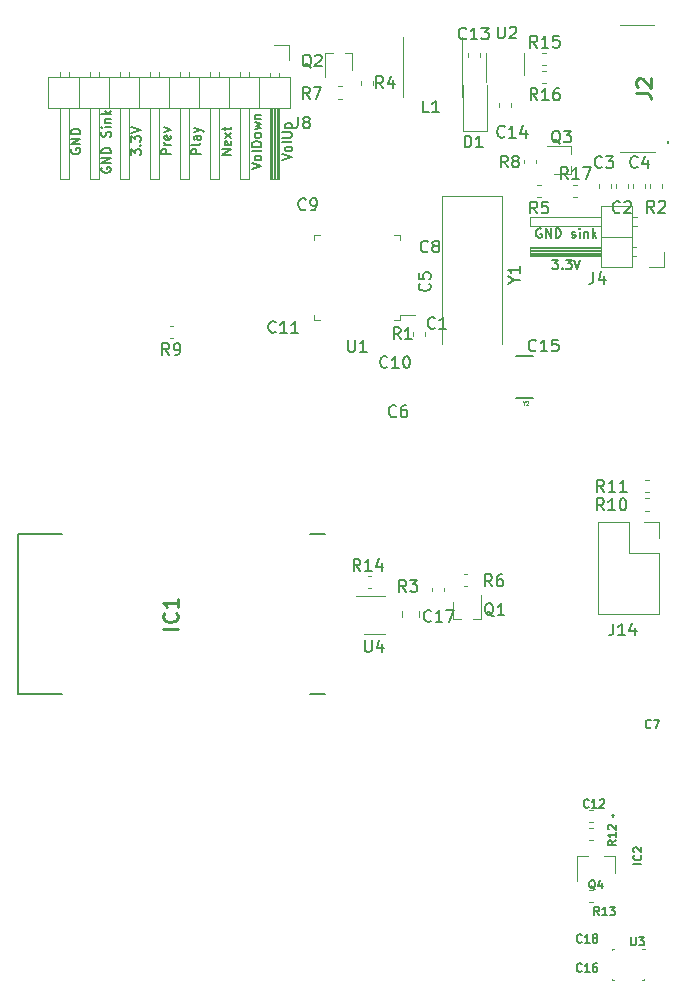
<source format=gbr>
G04 #@! TF.GenerationSoftware,KiCad,Pcbnew,5.1.6*
G04 #@! TF.CreationDate,2020-09-07T17:12:55+08:00*
G04 #@! TF.ProjectId,bt_audio_rec,62745f61-7564-4696-9f5f-7265632e6b69,rev?*
G04 #@! TF.SameCoordinates,Original*
G04 #@! TF.FileFunction,Legend,Top*
G04 #@! TF.FilePolarity,Positive*
%FSLAX46Y46*%
G04 Gerber Fmt 4.6, Leading zero omitted, Abs format (unit mm)*
G04 Created by KiCad (PCBNEW 5.1.6) date 2020-09-07 17:12:55*
%MOMM*%
%LPD*%
G01*
G04 APERTURE LIST*
%ADD10C,0.200000*%
%ADD11C,0.100000*%
%ADD12C,0.120000*%
%ADD13C,0.127000*%
%ADD14C,0.254000*%
%ADD15C,0.175000*%
%ADD16C,0.150000*%
%ADD17C,0.015000*%
G04 APERTURE END LIST*
D10*
X247520952Y-93700000D02*
X247444762Y-93661904D01*
X247330476Y-93661904D01*
X247216190Y-93700000D01*
X247140000Y-93776190D01*
X247101905Y-93852380D01*
X247063809Y-94004761D01*
X247063809Y-94119047D01*
X247101905Y-94271428D01*
X247140000Y-94347619D01*
X247216190Y-94423809D01*
X247330476Y-94461904D01*
X247406667Y-94461904D01*
X247520952Y-94423809D01*
X247559048Y-94385714D01*
X247559048Y-94119047D01*
X247406667Y-94119047D01*
X247901905Y-94461904D02*
X247901905Y-93661904D01*
X248359048Y-94461904D01*
X248359048Y-93661904D01*
X248740000Y-94461904D02*
X248740000Y-93661904D01*
X248930476Y-93661904D01*
X249044762Y-93700000D01*
X249120952Y-93776190D01*
X249159048Y-93852380D01*
X249197143Y-94004761D01*
X249197143Y-94119047D01*
X249159048Y-94271428D01*
X249120952Y-94347619D01*
X249044762Y-94423809D01*
X248930476Y-94461904D01*
X248740000Y-94461904D01*
X250111429Y-94423809D02*
X250187619Y-94461904D01*
X250340000Y-94461904D01*
X250416190Y-94423809D01*
X250454286Y-94347619D01*
X250454286Y-94309523D01*
X250416190Y-94233333D01*
X250340000Y-94195238D01*
X250225714Y-94195238D01*
X250149524Y-94157142D01*
X250111429Y-94080952D01*
X250111429Y-94042857D01*
X250149524Y-93966666D01*
X250225714Y-93928571D01*
X250340000Y-93928571D01*
X250416190Y-93966666D01*
X250797143Y-94461904D02*
X250797143Y-93928571D01*
X250797143Y-93661904D02*
X250759048Y-93700000D01*
X250797143Y-93738095D01*
X250835238Y-93700000D01*
X250797143Y-93661904D01*
X250797143Y-93738095D01*
X251178095Y-93928571D02*
X251178095Y-94461904D01*
X251178095Y-94004761D02*
X251216190Y-93966666D01*
X251292381Y-93928571D01*
X251406667Y-93928571D01*
X251482857Y-93966666D01*
X251520952Y-94042857D01*
X251520952Y-94461904D01*
X251901905Y-94461904D02*
X251901905Y-93661904D01*
X251978095Y-94157142D02*
X252206667Y-94461904D01*
X252206667Y-93928571D02*
X251901905Y-94233333D01*
X248454285Y-96301904D02*
X248949523Y-96301904D01*
X248682857Y-96606666D01*
X248797142Y-96606666D01*
X248873333Y-96644761D01*
X248911428Y-96682857D01*
X248949523Y-96759047D01*
X248949523Y-96949523D01*
X248911428Y-97025714D01*
X248873333Y-97063809D01*
X248797142Y-97101904D01*
X248568571Y-97101904D01*
X248492380Y-97063809D01*
X248454285Y-97025714D01*
X249292380Y-97025714D02*
X249330476Y-97063809D01*
X249292380Y-97101904D01*
X249254285Y-97063809D01*
X249292380Y-97025714D01*
X249292380Y-97101904D01*
X249597142Y-96301904D02*
X250092380Y-96301904D01*
X249825714Y-96606666D01*
X249940000Y-96606666D01*
X250016190Y-96644761D01*
X250054285Y-96682857D01*
X250092380Y-96759047D01*
X250092380Y-96949523D01*
X250054285Y-97025714D01*
X250016190Y-97063809D01*
X249940000Y-97101904D01*
X249711428Y-97101904D01*
X249635238Y-97063809D01*
X249597142Y-97025714D01*
X250320952Y-96301904D02*
X250587619Y-97101904D01*
X250854285Y-96301904D01*
X225601904Y-87913809D02*
X226401904Y-87647142D01*
X225601904Y-87380476D01*
X226401904Y-86999523D02*
X226363809Y-87075714D01*
X226325714Y-87113809D01*
X226249523Y-87151904D01*
X226020952Y-87151904D01*
X225944761Y-87113809D01*
X225906666Y-87075714D01*
X225868571Y-86999523D01*
X225868571Y-86885238D01*
X225906666Y-86809047D01*
X225944761Y-86770952D01*
X226020952Y-86732857D01*
X226249523Y-86732857D01*
X226325714Y-86770952D01*
X226363809Y-86809047D01*
X226401904Y-86885238D01*
X226401904Y-86999523D01*
X226401904Y-86275714D02*
X226363809Y-86351904D01*
X226287619Y-86390000D01*
X225601904Y-86390000D01*
X225601904Y-85970952D02*
X226249523Y-85970952D01*
X226325714Y-85932857D01*
X226363809Y-85894761D01*
X226401904Y-85818571D01*
X226401904Y-85666190D01*
X226363809Y-85590000D01*
X226325714Y-85551904D01*
X226249523Y-85513809D01*
X225601904Y-85513809D01*
X225868571Y-85132857D02*
X226668571Y-85132857D01*
X225906666Y-85132857D02*
X225868571Y-85056666D01*
X225868571Y-84904285D01*
X225906666Y-84828095D01*
X225944761Y-84790000D01*
X226020952Y-84751904D01*
X226249523Y-84751904D01*
X226325714Y-84790000D01*
X226363809Y-84828095D01*
X226401904Y-84904285D01*
X226401904Y-85056666D01*
X226363809Y-85132857D01*
X223001904Y-88675714D02*
X223801904Y-88409047D01*
X223001904Y-88142381D01*
X223801904Y-87761428D02*
X223763809Y-87837619D01*
X223725714Y-87875714D01*
X223649523Y-87913809D01*
X223420952Y-87913809D01*
X223344761Y-87875714D01*
X223306666Y-87837619D01*
X223268571Y-87761428D01*
X223268571Y-87647143D01*
X223306666Y-87570952D01*
X223344761Y-87532857D01*
X223420952Y-87494762D01*
X223649523Y-87494762D01*
X223725714Y-87532857D01*
X223763809Y-87570952D01*
X223801904Y-87647143D01*
X223801904Y-87761428D01*
X223801904Y-87037619D02*
X223763809Y-87113809D01*
X223687619Y-87151905D01*
X223001904Y-87151905D01*
X223801904Y-86732857D02*
X223001904Y-86732857D01*
X223001904Y-86542381D01*
X223040000Y-86428095D01*
X223116190Y-86351905D01*
X223192380Y-86313809D01*
X223344761Y-86275714D01*
X223459047Y-86275714D01*
X223611428Y-86313809D01*
X223687619Y-86351905D01*
X223763809Y-86428095D01*
X223801904Y-86542381D01*
X223801904Y-86732857D01*
X223801904Y-85818571D02*
X223763809Y-85894762D01*
X223725714Y-85932857D01*
X223649523Y-85970952D01*
X223420952Y-85970952D01*
X223344761Y-85932857D01*
X223306666Y-85894762D01*
X223268571Y-85818571D01*
X223268571Y-85704285D01*
X223306666Y-85628095D01*
X223344761Y-85590000D01*
X223420952Y-85551905D01*
X223649523Y-85551905D01*
X223725714Y-85590000D01*
X223763809Y-85628095D01*
X223801904Y-85704285D01*
X223801904Y-85818571D01*
X223268571Y-85285238D02*
X223801904Y-85132857D01*
X223420952Y-84980476D01*
X223801904Y-84828095D01*
X223268571Y-84675714D01*
X223268571Y-84370952D02*
X223801904Y-84370952D01*
X223344761Y-84370952D02*
X223306666Y-84332857D01*
X223268571Y-84256666D01*
X223268571Y-84142381D01*
X223306666Y-84066190D01*
X223382857Y-84028095D01*
X223801904Y-84028095D01*
X221281904Y-87418571D02*
X220481904Y-87418571D01*
X221281904Y-86961428D01*
X220481904Y-86961428D01*
X221243809Y-86275714D02*
X221281904Y-86351905D01*
X221281904Y-86504286D01*
X221243809Y-86580476D01*
X221167619Y-86618571D01*
X220862857Y-86618571D01*
X220786666Y-86580476D01*
X220748571Y-86504286D01*
X220748571Y-86351905D01*
X220786666Y-86275714D01*
X220862857Y-86237619D01*
X220939047Y-86237619D01*
X221015238Y-86618571D01*
X221281904Y-85970952D02*
X220748571Y-85551905D01*
X220748571Y-85970952D02*
X221281904Y-85551905D01*
X220748571Y-85361428D02*
X220748571Y-85056667D01*
X220481904Y-85247143D02*
X221167619Y-85247143D01*
X221243809Y-85209048D01*
X221281904Y-85132857D01*
X221281904Y-85056667D01*
X218701904Y-87380476D02*
X217901904Y-87380476D01*
X217901904Y-87075714D01*
X217940000Y-86999524D01*
X217978095Y-86961429D01*
X218054285Y-86923333D01*
X218168571Y-86923333D01*
X218244761Y-86961429D01*
X218282857Y-86999524D01*
X218320952Y-87075714D01*
X218320952Y-87380476D01*
X218701904Y-86466191D02*
X218663809Y-86542381D01*
X218587619Y-86580476D01*
X217901904Y-86580476D01*
X218701904Y-85818572D02*
X218282857Y-85818572D01*
X218206666Y-85856667D01*
X218168571Y-85932857D01*
X218168571Y-86085238D01*
X218206666Y-86161429D01*
X218663809Y-85818572D02*
X218701904Y-85894762D01*
X218701904Y-86085238D01*
X218663809Y-86161429D01*
X218587619Y-86199524D01*
X218511428Y-86199524D01*
X218435238Y-86161429D01*
X218397142Y-86085238D01*
X218397142Y-85894762D01*
X218359047Y-85818572D01*
X218168571Y-85513810D02*
X218701904Y-85323333D01*
X218168571Y-85132857D02*
X218701904Y-85323333D01*
X218892380Y-85399524D01*
X218930476Y-85437619D01*
X218968571Y-85513810D01*
X216161904Y-87399523D02*
X215361904Y-87399523D01*
X215361904Y-87094761D01*
X215400000Y-87018571D01*
X215438095Y-86980476D01*
X215514285Y-86942380D01*
X215628571Y-86942380D01*
X215704761Y-86980476D01*
X215742857Y-87018571D01*
X215780952Y-87094761D01*
X215780952Y-87399523D01*
X216161904Y-86599523D02*
X215628571Y-86599523D01*
X215780952Y-86599523D02*
X215704761Y-86561428D01*
X215666666Y-86523333D01*
X215628571Y-86447142D01*
X215628571Y-86370952D01*
X216123809Y-85799523D02*
X216161904Y-85875714D01*
X216161904Y-86028095D01*
X216123809Y-86104285D01*
X216047619Y-86142380D01*
X215742857Y-86142380D01*
X215666666Y-86104285D01*
X215628571Y-86028095D01*
X215628571Y-85875714D01*
X215666666Y-85799523D01*
X215742857Y-85761428D01*
X215819047Y-85761428D01*
X215895238Y-86142380D01*
X215628571Y-85494761D02*
X216161904Y-85304285D01*
X215628571Y-85113809D01*
X212821904Y-87475714D02*
X212821904Y-86980476D01*
X213126666Y-87247142D01*
X213126666Y-87132857D01*
X213164761Y-87056666D01*
X213202857Y-87018571D01*
X213279047Y-86980476D01*
X213469523Y-86980476D01*
X213545714Y-87018571D01*
X213583809Y-87056666D01*
X213621904Y-87132857D01*
X213621904Y-87361428D01*
X213583809Y-87437619D01*
X213545714Y-87475714D01*
X213545714Y-86637619D02*
X213583809Y-86599523D01*
X213621904Y-86637619D01*
X213583809Y-86675714D01*
X213545714Y-86637619D01*
X213621904Y-86637619D01*
X212821904Y-86332857D02*
X212821904Y-85837619D01*
X213126666Y-86104285D01*
X213126666Y-85990000D01*
X213164761Y-85913809D01*
X213202857Y-85875714D01*
X213279047Y-85837619D01*
X213469523Y-85837619D01*
X213545714Y-85875714D01*
X213583809Y-85913809D01*
X213621904Y-85990000D01*
X213621904Y-86218571D01*
X213583809Y-86294761D01*
X213545714Y-86332857D01*
X212821904Y-85609047D02*
X213621904Y-85342380D01*
X212821904Y-85075714D01*
X210330000Y-88511428D02*
X210291904Y-88587619D01*
X210291904Y-88701904D01*
X210330000Y-88816190D01*
X210406190Y-88892380D01*
X210482380Y-88930476D01*
X210634761Y-88968571D01*
X210749047Y-88968571D01*
X210901428Y-88930476D01*
X210977619Y-88892380D01*
X211053809Y-88816190D01*
X211091904Y-88701904D01*
X211091904Y-88625714D01*
X211053809Y-88511428D01*
X211015714Y-88473333D01*
X210749047Y-88473333D01*
X210749047Y-88625714D01*
X211091904Y-88130476D02*
X210291904Y-88130476D01*
X211091904Y-87673333D01*
X210291904Y-87673333D01*
X211091904Y-87292380D02*
X210291904Y-87292380D01*
X210291904Y-87101904D01*
X210330000Y-86987619D01*
X210406190Y-86911428D01*
X210482380Y-86873333D01*
X210634761Y-86835238D01*
X210749047Y-86835238D01*
X210901428Y-86873333D01*
X210977619Y-86911428D01*
X211053809Y-86987619D01*
X211091904Y-87101904D01*
X211091904Y-87292380D01*
X211053809Y-85920952D02*
X211091904Y-85806666D01*
X211091904Y-85616190D01*
X211053809Y-85540000D01*
X211015714Y-85501904D01*
X210939523Y-85463809D01*
X210863333Y-85463809D01*
X210787142Y-85501904D01*
X210749047Y-85540000D01*
X210710952Y-85616190D01*
X210672857Y-85768571D01*
X210634761Y-85844761D01*
X210596666Y-85882857D01*
X210520476Y-85920952D01*
X210444285Y-85920952D01*
X210368095Y-85882857D01*
X210330000Y-85844761D01*
X210291904Y-85768571D01*
X210291904Y-85578095D01*
X210330000Y-85463809D01*
X211091904Y-85120952D02*
X210558571Y-85120952D01*
X210291904Y-85120952D02*
X210330000Y-85159047D01*
X210368095Y-85120952D01*
X210330000Y-85082857D01*
X210291904Y-85120952D01*
X210368095Y-85120952D01*
X210558571Y-84740000D02*
X211091904Y-84740000D01*
X210634761Y-84740000D02*
X210596666Y-84701904D01*
X210558571Y-84625714D01*
X210558571Y-84511428D01*
X210596666Y-84435238D01*
X210672857Y-84397142D01*
X211091904Y-84397142D01*
X211091904Y-84016190D02*
X210291904Y-84016190D01*
X210787142Y-83940000D02*
X211091904Y-83711428D01*
X210558571Y-83711428D02*
X210863333Y-84016190D01*
X207740000Y-86904286D02*
X207701904Y-86980476D01*
X207701904Y-87094762D01*
X207740000Y-87209048D01*
X207816190Y-87285238D01*
X207892380Y-87323333D01*
X208044761Y-87361429D01*
X208159047Y-87361429D01*
X208311428Y-87323333D01*
X208387619Y-87285238D01*
X208463809Y-87209048D01*
X208501904Y-87094762D01*
X208501904Y-87018571D01*
X208463809Y-86904286D01*
X208425714Y-86866190D01*
X208159047Y-86866190D01*
X208159047Y-87018571D01*
X208501904Y-86523333D02*
X207701904Y-86523333D01*
X208501904Y-86066190D01*
X207701904Y-86066190D01*
X208501904Y-85685238D02*
X207701904Y-85685238D01*
X207701904Y-85494762D01*
X207740000Y-85380476D01*
X207816190Y-85304286D01*
X207892380Y-85266190D01*
X208044761Y-85228095D01*
X208159047Y-85228095D01*
X208311428Y-85266190D01*
X208387619Y-85304286D01*
X208463809Y-85380476D01*
X208501904Y-85494762D01*
X208501904Y-85685238D01*
X203190000Y-119560000D02*
X206990000Y-119560000D01*
X203190000Y-133060000D02*
X206990000Y-133060000D01*
X229190000Y-133060000D02*
X227990000Y-133060000D01*
X229190000Y-119560000D02*
X227990000Y-119560000D01*
X203190000Y-133060000D02*
X203190000Y-119560000D01*
X258300000Y-86410000D02*
X258300000Y-86410000D01*
X258300000Y-86310000D02*
X258300000Y-86310000D01*
X258300000Y-86410000D02*
X258300000Y-86410000D01*
D11*
X257175000Y-87210000D02*
X254200000Y-87210000D01*
X257175000Y-87210000D02*
X257175000Y-87210000D01*
X254200000Y-87210000D02*
X257175000Y-87210000D01*
X254200000Y-87210000D02*
X254200000Y-87210000D01*
X257105000Y-76410000D02*
X254225000Y-76410000D01*
X257105000Y-76410000D02*
X257105000Y-76410000D01*
X254225000Y-76410000D02*
X257105000Y-76410000D01*
X254225000Y-76410000D02*
X254225000Y-76410000D01*
D10*
X258300000Y-86310000D02*
G75*
G02*
X258300000Y-86410000I0J-50000D01*
G01*
X258300000Y-86410000D02*
G75*
G02*
X258300000Y-86310000I0J50000D01*
G01*
X258300000Y-86310000D02*
G75*
G02*
X258300000Y-86410000I0J-50000D01*
G01*
X253600000Y-143280000D02*
X253600000Y-143280000D01*
X253600000Y-143480000D02*
X253600000Y-143480000D01*
X253600000Y-143280000D02*
G75*
G02*
X253600000Y-143480000I0J-100000D01*
G01*
X253600000Y-143480000D02*
G75*
G02*
X253600000Y-143280000I0J100000D01*
G01*
D12*
X235850000Y-77500000D02*
X235850000Y-82500000D01*
X240850000Y-77500000D02*
X240850000Y-82500000D01*
X254880000Y-89927221D02*
X254880000Y-90252779D01*
X253860000Y-89927221D02*
X253860000Y-90252779D01*
X252380000Y-89927221D02*
X252380000Y-90252779D01*
X253400000Y-89927221D02*
X253400000Y-90252779D01*
X255310000Y-89929721D02*
X255310000Y-90255279D01*
X256330000Y-89929721D02*
X256330000Y-90255279D01*
X251559721Y-142890000D02*
X251885279Y-142890000D01*
X251559721Y-143910000D02*
X251885279Y-143910000D01*
X242350000Y-79122779D02*
X242350000Y-78797221D01*
X241330000Y-79122779D02*
X241330000Y-78797221D01*
X243930000Y-83352779D02*
X243930000Y-83027221D01*
X244950000Y-83352779D02*
X244950000Y-83027221D01*
X240930000Y-85390000D02*
X240930000Y-81490000D01*
X242930000Y-85390000D02*
X242930000Y-81490000D01*
X240930000Y-85390000D02*
X242930000Y-85390000D01*
X240090000Y-125330000D02*
X240090000Y-126740000D01*
X242410000Y-126740000D02*
X242410000Y-124710000D01*
X242410000Y-126740000D02*
X241750000Y-126740000D01*
X240750000Y-126740000D02*
X240090000Y-126740000D01*
X231550000Y-80250000D02*
X231550000Y-78840000D01*
X229230000Y-78840000D02*
X229230000Y-80870000D01*
X229230000Y-78840000D02*
X229890000Y-78840000D01*
X230890000Y-78840000D02*
X231550000Y-78840000D01*
X250030000Y-88380000D02*
X250030000Y-89040000D01*
X250030000Y-86720000D02*
X250030000Y-87380000D01*
X250030000Y-86720000D02*
X248000000Y-86720000D01*
X248620000Y-89040000D02*
X250030000Y-89040000D01*
X253750000Y-146770000D02*
X253750000Y-148230000D01*
X250590000Y-146770000D02*
X250590000Y-148930000D01*
X250590000Y-146770000D02*
X251520000Y-146770000D01*
X253750000Y-146770000D02*
X252820000Y-146770000D01*
X237670000Y-102775279D02*
X237670000Y-102449721D01*
X236650000Y-102775279D02*
X236650000Y-102449721D01*
X256770000Y-89927221D02*
X256770000Y-90252779D01*
X257790000Y-89927221D02*
X257790000Y-90252779D01*
X239300000Y-124402779D02*
X239300000Y-124077221D01*
X238280000Y-124402779D02*
X238280000Y-124077221D01*
X232270000Y-81157221D02*
X232270000Y-81482779D01*
X233290000Y-81157221D02*
X233290000Y-81482779D01*
X247515279Y-91030000D02*
X247189721Y-91030000D01*
X247515279Y-90010000D02*
X247189721Y-90010000D01*
X241282779Y-123960000D02*
X240957221Y-123960000D01*
X241282779Y-122940000D02*
X240957221Y-122940000D01*
X230327221Y-82670000D02*
X230652779Y-82670000D01*
X230327221Y-81650000D02*
X230652779Y-81650000D01*
X247070000Y-87837221D02*
X247070000Y-88162779D01*
X246050000Y-87837221D02*
X246050000Y-88162779D01*
X216057221Y-101940000D02*
X216382779Y-101940000D01*
X216057221Y-102960000D02*
X216382779Y-102960000D01*
X256622779Y-116530000D02*
X256297221Y-116530000D01*
X256622779Y-117550000D02*
X256297221Y-117550000D01*
X256287221Y-114940000D02*
X256612779Y-114940000D01*
X256287221Y-115960000D02*
X256612779Y-115960000D01*
X251559721Y-144460000D02*
X251885279Y-144460000D01*
X251559721Y-145480000D02*
X251885279Y-145480000D01*
X251885279Y-149700000D02*
X251559721Y-149700000D01*
X251885279Y-150720000D02*
X251559721Y-150720000D01*
X247940279Y-79810000D02*
X247614721Y-79810000D01*
X247940279Y-78790000D02*
X247614721Y-78790000D01*
X247597221Y-80320000D02*
X247922779Y-80320000D01*
X247597221Y-81340000D02*
X247922779Y-81340000D01*
X235550000Y-100977500D02*
X236840000Y-100977500D01*
X235550000Y-101427500D02*
X235550000Y-100977500D01*
X235100000Y-101427500D02*
X235550000Y-101427500D01*
X228330000Y-101427500D02*
X228330000Y-100977500D01*
X228780000Y-101427500D02*
X228330000Y-101427500D01*
X235550000Y-94207500D02*
X235550000Y-94657500D01*
X235100000Y-94207500D02*
X235550000Y-94207500D01*
X228330000Y-94207500D02*
X228330000Y-94657500D01*
X228780000Y-94207500D02*
X228330000Y-94207500D01*
X242830000Y-78850000D02*
X242830000Y-81300000D01*
X246050000Y-80650000D02*
X246050000Y-78850000D01*
X256190000Y-118540000D02*
X257520000Y-118540000D01*
X257520000Y-118540000D02*
X257520000Y-119870000D01*
X254920000Y-118540000D02*
X254920000Y-121140000D01*
X254920000Y-121140000D02*
X257520000Y-121140000D01*
X257520000Y-121140000D02*
X257520000Y-126280000D01*
X252320000Y-126280000D02*
X257520000Y-126280000D01*
X252320000Y-118540000D02*
X252320000Y-126280000D01*
X252320000Y-118540000D02*
X254920000Y-118540000D01*
X226190000Y-78140000D02*
X226190000Y-79410000D01*
X224920000Y-78140000D02*
X226190000Y-78140000D01*
X206760000Y-80452929D02*
X206760000Y-80850000D01*
X207520000Y-80452929D02*
X207520000Y-80850000D01*
X206760000Y-89510000D02*
X206760000Y-83510000D01*
X207520000Y-89510000D02*
X206760000Y-89510000D01*
X207520000Y-83510000D02*
X207520000Y-89510000D01*
X208410000Y-80850000D02*
X208410000Y-83510000D01*
X209300000Y-80452929D02*
X209300000Y-80850000D01*
X210060000Y-80452929D02*
X210060000Y-80850000D01*
X209300000Y-89510000D02*
X209300000Y-83510000D01*
X210060000Y-89510000D02*
X209300000Y-89510000D01*
X210060000Y-83510000D02*
X210060000Y-89510000D01*
X210950000Y-80850000D02*
X210950000Y-83510000D01*
X211840000Y-80452929D02*
X211840000Y-80850000D01*
X212600000Y-80452929D02*
X212600000Y-80850000D01*
X211840000Y-89510000D02*
X211840000Y-83510000D01*
X212600000Y-89510000D02*
X211840000Y-89510000D01*
X212600000Y-83510000D02*
X212600000Y-89510000D01*
X213490000Y-80850000D02*
X213490000Y-83510000D01*
X214380000Y-80452929D02*
X214380000Y-80850000D01*
X215140000Y-80452929D02*
X215140000Y-80850000D01*
X214380000Y-89510000D02*
X214380000Y-83510000D01*
X215140000Y-89510000D02*
X214380000Y-89510000D01*
X215140000Y-83510000D02*
X215140000Y-89510000D01*
X216030000Y-80850000D02*
X216030000Y-83510000D01*
X216920000Y-80452929D02*
X216920000Y-80850000D01*
X217680000Y-80452929D02*
X217680000Y-80850000D01*
X216920000Y-89510000D02*
X216920000Y-83510000D01*
X217680000Y-89510000D02*
X216920000Y-89510000D01*
X217680000Y-83510000D02*
X217680000Y-89510000D01*
X218570000Y-80850000D02*
X218570000Y-83510000D01*
X219460000Y-80452929D02*
X219460000Y-80850000D01*
X220220000Y-80452929D02*
X220220000Y-80850000D01*
X219460000Y-89510000D02*
X219460000Y-83510000D01*
X220220000Y-89510000D02*
X219460000Y-89510000D01*
X220220000Y-83510000D02*
X220220000Y-89510000D01*
X221110000Y-80850000D02*
X221110000Y-83510000D01*
X222000000Y-80452929D02*
X222000000Y-80850000D01*
X222760000Y-80452929D02*
X222760000Y-80850000D01*
X222000000Y-89510000D02*
X222000000Y-83510000D01*
X222760000Y-89510000D02*
X222000000Y-89510000D01*
X222760000Y-83510000D02*
X222760000Y-89510000D01*
X223650000Y-80850000D02*
X223650000Y-83510000D01*
X224540000Y-80520000D02*
X224540000Y-80850000D01*
X225300000Y-80520000D02*
X225300000Y-80850000D01*
X224640000Y-83510000D02*
X224640000Y-89510000D01*
X224760000Y-83510000D02*
X224760000Y-89510000D01*
X224880000Y-83510000D02*
X224880000Y-89510000D01*
X225000000Y-83510000D02*
X225000000Y-89510000D01*
X225120000Y-83510000D02*
X225120000Y-89510000D01*
X225240000Y-83510000D02*
X225240000Y-89510000D01*
X224540000Y-89510000D02*
X224540000Y-83510000D01*
X225300000Y-89510000D02*
X224540000Y-89510000D01*
X225300000Y-83510000D02*
X225300000Y-89510000D01*
X226250000Y-83510000D02*
X226250000Y-80850000D01*
X205810000Y-83510000D02*
X226250000Y-83510000D01*
X205810000Y-80850000D02*
X205810000Y-83510000D01*
X226250000Y-80850000D02*
X205810000Y-80850000D01*
X235720000Y-126081422D02*
X235720000Y-126598578D01*
X237140000Y-126081422D02*
X237140000Y-126598578D01*
X232827221Y-123130000D02*
X233152779Y-123130000D01*
X232827221Y-124150000D02*
X233152779Y-124150000D01*
X250257221Y-90990000D02*
X250582779Y-90990000D01*
X250257221Y-89970000D02*
X250582779Y-89970000D01*
X234320000Y-124800000D02*
X231870000Y-124800000D01*
X232520000Y-128020000D02*
X234320000Y-128020000D01*
D11*
X247580000Y-107590000D02*
G75*
G03*
X247580000Y-107590000I-50000J0D01*
G01*
D13*
X245430000Y-104495000D02*
X246830000Y-104495000D01*
X245430000Y-107985000D02*
X246830000Y-107985000D01*
D12*
X257940000Y-96900000D02*
X256670000Y-96900000D01*
X257940000Y-95630000D02*
X257940000Y-96900000D01*
X255627071Y-92710000D02*
X255230000Y-92710000D01*
X255627071Y-93470000D02*
X255230000Y-93470000D01*
X246570000Y-92710000D02*
X252570000Y-92710000D01*
X246570000Y-93470000D02*
X246570000Y-92710000D01*
X252570000Y-93470000D02*
X246570000Y-93470000D01*
X255230000Y-94360000D02*
X252570000Y-94360000D01*
X255560000Y-95250000D02*
X255230000Y-95250000D01*
X255560000Y-96010000D02*
X255230000Y-96010000D01*
X252570000Y-95350000D02*
X246570000Y-95350000D01*
X252570000Y-95470000D02*
X246570000Y-95470000D01*
X252570000Y-95590000D02*
X246570000Y-95590000D01*
X252570000Y-95710000D02*
X246570000Y-95710000D01*
X252570000Y-95830000D02*
X246570000Y-95830000D01*
X252570000Y-95950000D02*
X246570000Y-95950000D01*
X246570000Y-95250000D02*
X252570000Y-95250000D01*
X246570000Y-96010000D02*
X246570000Y-95250000D01*
X252570000Y-96010000D02*
X246570000Y-96010000D01*
X252570000Y-96960000D02*
X255230000Y-96960000D01*
X252570000Y-91760000D02*
X252570000Y-96960000D01*
X255230000Y-91760000D02*
X252570000Y-91760000D01*
X255230000Y-96960000D02*
X255230000Y-91760000D01*
D11*
X256100000Y-154640000D02*
X256350000Y-154640000D01*
X256250000Y-157340000D02*
X256100000Y-157340000D01*
X256250000Y-157190000D02*
X256250000Y-157340000D01*
X253550000Y-157340000D02*
X253550000Y-157190000D01*
X253550000Y-157340000D02*
X253700000Y-157340000D01*
X253550000Y-154640000D02*
X253700000Y-154640000D01*
X253540000Y-154640000D02*
X253540000Y-154790000D01*
D12*
X244250000Y-103490000D02*
X244250000Y-90890000D01*
X244250000Y-90890000D02*
X239150000Y-90890000D01*
X239150000Y-90890000D02*
X239150000Y-103490000D01*
D14*
X216764523Y-127549761D02*
X215494523Y-127549761D01*
X216643571Y-126219285D02*
X216704047Y-126279761D01*
X216764523Y-126461190D01*
X216764523Y-126582142D01*
X216704047Y-126763571D01*
X216583095Y-126884523D01*
X216462142Y-126945000D01*
X216220238Y-127005476D01*
X216038809Y-127005476D01*
X215796904Y-126945000D01*
X215675952Y-126884523D01*
X215555000Y-126763571D01*
X215494523Y-126582142D01*
X215494523Y-126461190D01*
X215555000Y-126279761D01*
X215615476Y-126219285D01*
X216764523Y-125009761D02*
X216764523Y-125735476D01*
X216764523Y-125372619D02*
X215494523Y-125372619D01*
X215675952Y-125493571D01*
X215796904Y-125614523D01*
X215857380Y-125735476D01*
X255567523Y-82233333D02*
X256474666Y-82233333D01*
X256656095Y-82293809D01*
X256777047Y-82414761D01*
X256837523Y-82596190D01*
X256837523Y-82717142D01*
X255688476Y-81689047D02*
X255628000Y-81628571D01*
X255567523Y-81507619D01*
X255567523Y-81205238D01*
X255628000Y-81084285D01*
X255688476Y-81023809D01*
X255809428Y-80963333D01*
X255930380Y-80963333D01*
X256111809Y-81023809D01*
X256837523Y-81749523D01*
X256837523Y-80963333D01*
D15*
X256016666Y-147463333D02*
X255316666Y-147463333D01*
X255950000Y-146730000D02*
X255983333Y-146763333D01*
X256016666Y-146863333D01*
X256016666Y-146930000D01*
X255983333Y-147030000D01*
X255916666Y-147096666D01*
X255850000Y-147130000D01*
X255716666Y-147163333D01*
X255616666Y-147163333D01*
X255483333Y-147130000D01*
X255416666Y-147096666D01*
X255350000Y-147030000D01*
X255316666Y-146930000D01*
X255316666Y-146863333D01*
X255350000Y-146763333D01*
X255383333Y-146730000D01*
X255383333Y-146463333D02*
X255350000Y-146430000D01*
X255316666Y-146363333D01*
X255316666Y-146196666D01*
X255350000Y-146130000D01*
X255383333Y-146096666D01*
X255450000Y-146063333D01*
X255516666Y-146063333D01*
X255616666Y-146096666D01*
X256016666Y-146496666D01*
X256016666Y-146063333D01*
D16*
X238013333Y-83842380D02*
X237537142Y-83842380D01*
X237537142Y-82842380D01*
X238870476Y-83842380D02*
X238299047Y-83842380D01*
X238584761Y-83842380D02*
X238584761Y-82842380D01*
X238489523Y-82985238D01*
X238394285Y-83080476D01*
X238299047Y-83128095D01*
X238523333Y-102067142D02*
X238475714Y-102114761D01*
X238332857Y-102162380D01*
X238237619Y-102162380D01*
X238094761Y-102114761D01*
X237999523Y-102019523D01*
X237951904Y-101924285D01*
X237904285Y-101733809D01*
X237904285Y-101590952D01*
X237951904Y-101400476D01*
X237999523Y-101305238D01*
X238094761Y-101210000D01*
X238237619Y-101162380D01*
X238332857Y-101162380D01*
X238475714Y-101210000D01*
X238523333Y-101257619D01*
X239475714Y-102162380D02*
X238904285Y-102162380D01*
X239190000Y-102162380D02*
X239190000Y-101162380D01*
X239094761Y-101305238D01*
X238999523Y-101400476D01*
X238904285Y-101448095D01*
X254193333Y-92277142D02*
X254145714Y-92324761D01*
X254002857Y-92372380D01*
X253907619Y-92372380D01*
X253764761Y-92324761D01*
X253669523Y-92229523D01*
X253621904Y-92134285D01*
X253574285Y-91943809D01*
X253574285Y-91800952D01*
X253621904Y-91610476D01*
X253669523Y-91515238D01*
X253764761Y-91420000D01*
X253907619Y-91372380D01*
X254002857Y-91372380D01*
X254145714Y-91420000D01*
X254193333Y-91467619D01*
X254574285Y-91467619D02*
X254621904Y-91420000D01*
X254717142Y-91372380D01*
X254955238Y-91372380D01*
X255050476Y-91420000D01*
X255098095Y-91467619D01*
X255145714Y-91562857D01*
X255145714Y-91658095D01*
X255098095Y-91800952D01*
X254526666Y-92372380D01*
X255145714Y-92372380D01*
X252663333Y-88447142D02*
X252615714Y-88494761D01*
X252472857Y-88542380D01*
X252377619Y-88542380D01*
X252234761Y-88494761D01*
X252139523Y-88399523D01*
X252091904Y-88304285D01*
X252044285Y-88113809D01*
X252044285Y-87970952D01*
X252091904Y-87780476D01*
X252139523Y-87685238D01*
X252234761Y-87590000D01*
X252377619Y-87542380D01*
X252472857Y-87542380D01*
X252615714Y-87590000D01*
X252663333Y-87637619D01*
X252996666Y-87542380D02*
X253615714Y-87542380D01*
X253282380Y-87923333D01*
X253425238Y-87923333D01*
X253520476Y-87970952D01*
X253568095Y-88018571D01*
X253615714Y-88113809D01*
X253615714Y-88351904D01*
X253568095Y-88447142D01*
X253520476Y-88494761D01*
X253425238Y-88542380D01*
X253139523Y-88542380D01*
X253044285Y-88494761D01*
X252996666Y-88447142D01*
X255683333Y-88447142D02*
X255635714Y-88494761D01*
X255492857Y-88542380D01*
X255397619Y-88542380D01*
X255254761Y-88494761D01*
X255159523Y-88399523D01*
X255111904Y-88304285D01*
X255064285Y-88113809D01*
X255064285Y-87970952D01*
X255111904Y-87780476D01*
X255159523Y-87685238D01*
X255254761Y-87590000D01*
X255397619Y-87542380D01*
X255492857Y-87542380D01*
X255635714Y-87590000D01*
X255683333Y-87637619D01*
X256540476Y-87875714D02*
X256540476Y-88542380D01*
X256302380Y-87494761D02*
X256064285Y-88209047D01*
X256683333Y-88209047D01*
X238067142Y-98336666D02*
X238114761Y-98384285D01*
X238162380Y-98527142D01*
X238162380Y-98622380D01*
X238114761Y-98765238D01*
X238019523Y-98860476D01*
X237924285Y-98908095D01*
X237733809Y-98955714D01*
X237590952Y-98955714D01*
X237400476Y-98908095D01*
X237305238Y-98860476D01*
X237210000Y-98765238D01*
X237162380Y-98622380D01*
X237162380Y-98527142D01*
X237210000Y-98384285D01*
X237257619Y-98336666D01*
X237162380Y-97431904D02*
X237162380Y-97908095D01*
X237638571Y-97955714D01*
X237590952Y-97908095D01*
X237543333Y-97812857D01*
X237543333Y-97574761D01*
X237590952Y-97479523D01*
X237638571Y-97431904D01*
X237733809Y-97384285D01*
X237971904Y-97384285D01*
X238067142Y-97431904D01*
X238114761Y-97479523D01*
X238162380Y-97574761D01*
X238162380Y-97812857D01*
X238114761Y-97908095D01*
X238067142Y-97955714D01*
X235243333Y-109547142D02*
X235195714Y-109594761D01*
X235052857Y-109642380D01*
X234957619Y-109642380D01*
X234814761Y-109594761D01*
X234719523Y-109499523D01*
X234671904Y-109404285D01*
X234624285Y-109213809D01*
X234624285Y-109070952D01*
X234671904Y-108880476D01*
X234719523Y-108785238D01*
X234814761Y-108690000D01*
X234957619Y-108642380D01*
X235052857Y-108642380D01*
X235195714Y-108690000D01*
X235243333Y-108737619D01*
X236100476Y-108642380D02*
X235910000Y-108642380D01*
X235814761Y-108690000D01*
X235767142Y-108737619D01*
X235671904Y-108880476D01*
X235624285Y-109070952D01*
X235624285Y-109451904D01*
X235671904Y-109547142D01*
X235719523Y-109594761D01*
X235814761Y-109642380D01*
X236005238Y-109642380D01*
X236100476Y-109594761D01*
X236148095Y-109547142D01*
X236195714Y-109451904D01*
X236195714Y-109213809D01*
X236148095Y-109118571D01*
X236100476Y-109070952D01*
X236005238Y-109023333D01*
X235814761Y-109023333D01*
X235719523Y-109070952D01*
X235671904Y-109118571D01*
X235624285Y-109213809D01*
X256808333Y-135890000D02*
X256775000Y-135923333D01*
X256675000Y-135956666D01*
X256608333Y-135956666D01*
X256508333Y-135923333D01*
X256441666Y-135856666D01*
X256408333Y-135790000D01*
X256375000Y-135656666D01*
X256375000Y-135556666D01*
X256408333Y-135423333D01*
X256441666Y-135356666D01*
X256508333Y-135290000D01*
X256608333Y-135256666D01*
X256675000Y-135256666D01*
X256775000Y-135290000D01*
X256808333Y-135323333D01*
X257041666Y-135256666D02*
X257508333Y-135256666D01*
X257208333Y-135956666D01*
X237933333Y-95607142D02*
X237885714Y-95654761D01*
X237742857Y-95702380D01*
X237647619Y-95702380D01*
X237504761Y-95654761D01*
X237409523Y-95559523D01*
X237361904Y-95464285D01*
X237314285Y-95273809D01*
X237314285Y-95130952D01*
X237361904Y-94940476D01*
X237409523Y-94845238D01*
X237504761Y-94750000D01*
X237647619Y-94702380D01*
X237742857Y-94702380D01*
X237885714Y-94750000D01*
X237933333Y-94797619D01*
X238504761Y-95130952D02*
X238409523Y-95083333D01*
X238361904Y-95035714D01*
X238314285Y-94940476D01*
X238314285Y-94892857D01*
X238361904Y-94797619D01*
X238409523Y-94750000D01*
X238504761Y-94702380D01*
X238695238Y-94702380D01*
X238790476Y-94750000D01*
X238838095Y-94797619D01*
X238885714Y-94892857D01*
X238885714Y-94940476D01*
X238838095Y-95035714D01*
X238790476Y-95083333D01*
X238695238Y-95130952D01*
X238504761Y-95130952D01*
X238409523Y-95178571D01*
X238361904Y-95226190D01*
X238314285Y-95321428D01*
X238314285Y-95511904D01*
X238361904Y-95607142D01*
X238409523Y-95654761D01*
X238504761Y-95702380D01*
X238695238Y-95702380D01*
X238790476Y-95654761D01*
X238838095Y-95607142D01*
X238885714Y-95511904D01*
X238885714Y-95321428D01*
X238838095Y-95226190D01*
X238790476Y-95178571D01*
X238695238Y-95130952D01*
X227593333Y-92027142D02*
X227545714Y-92074761D01*
X227402857Y-92122380D01*
X227307619Y-92122380D01*
X227164761Y-92074761D01*
X227069523Y-91979523D01*
X227021904Y-91884285D01*
X226974285Y-91693809D01*
X226974285Y-91550952D01*
X227021904Y-91360476D01*
X227069523Y-91265238D01*
X227164761Y-91170000D01*
X227307619Y-91122380D01*
X227402857Y-91122380D01*
X227545714Y-91170000D01*
X227593333Y-91217619D01*
X228069523Y-92122380D02*
X228260000Y-92122380D01*
X228355238Y-92074761D01*
X228402857Y-92027142D01*
X228498095Y-91884285D01*
X228545714Y-91693809D01*
X228545714Y-91312857D01*
X228498095Y-91217619D01*
X228450476Y-91170000D01*
X228355238Y-91122380D01*
X228164761Y-91122380D01*
X228069523Y-91170000D01*
X228021904Y-91217619D01*
X227974285Y-91312857D01*
X227974285Y-91550952D01*
X228021904Y-91646190D01*
X228069523Y-91693809D01*
X228164761Y-91741428D01*
X228355238Y-91741428D01*
X228450476Y-91693809D01*
X228498095Y-91646190D01*
X228545714Y-91550952D01*
X234497142Y-105387142D02*
X234449523Y-105434761D01*
X234306666Y-105482380D01*
X234211428Y-105482380D01*
X234068571Y-105434761D01*
X233973333Y-105339523D01*
X233925714Y-105244285D01*
X233878095Y-105053809D01*
X233878095Y-104910952D01*
X233925714Y-104720476D01*
X233973333Y-104625238D01*
X234068571Y-104530000D01*
X234211428Y-104482380D01*
X234306666Y-104482380D01*
X234449523Y-104530000D01*
X234497142Y-104577619D01*
X235449523Y-105482380D02*
X234878095Y-105482380D01*
X235163809Y-105482380D02*
X235163809Y-104482380D01*
X235068571Y-104625238D01*
X234973333Y-104720476D01*
X234878095Y-104768095D01*
X236068571Y-104482380D02*
X236163809Y-104482380D01*
X236259047Y-104530000D01*
X236306666Y-104577619D01*
X236354285Y-104672857D01*
X236401904Y-104863333D01*
X236401904Y-105101428D01*
X236354285Y-105291904D01*
X236306666Y-105387142D01*
X236259047Y-105434761D01*
X236163809Y-105482380D01*
X236068571Y-105482380D01*
X235973333Y-105434761D01*
X235925714Y-105387142D01*
X235878095Y-105291904D01*
X235830476Y-105101428D01*
X235830476Y-104863333D01*
X235878095Y-104672857D01*
X235925714Y-104577619D01*
X235973333Y-104530000D01*
X236068571Y-104482380D01*
X225047142Y-102427142D02*
X224999523Y-102474761D01*
X224856666Y-102522380D01*
X224761428Y-102522380D01*
X224618571Y-102474761D01*
X224523333Y-102379523D01*
X224475714Y-102284285D01*
X224428095Y-102093809D01*
X224428095Y-101950952D01*
X224475714Y-101760476D01*
X224523333Y-101665238D01*
X224618571Y-101570000D01*
X224761428Y-101522380D01*
X224856666Y-101522380D01*
X224999523Y-101570000D01*
X225047142Y-101617619D01*
X225999523Y-102522380D02*
X225428095Y-102522380D01*
X225713809Y-102522380D02*
X225713809Y-101522380D01*
X225618571Y-101665238D01*
X225523333Y-101760476D01*
X225428095Y-101808095D01*
X226951904Y-102522380D02*
X226380476Y-102522380D01*
X226666190Y-102522380D02*
X226666190Y-101522380D01*
X226570952Y-101665238D01*
X226475714Y-101760476D01*
X226380476Y-101808095D01*
X251550000Y-142630000D02*
X251516666Y-142663333D01*
X251416666Y-142696666D01*
X251350000Y-142696666D01*
X251250000Y-142663333D01*
X251183333Y-142596666D01*
X251150000Y-142530000D01*
X251116666Y-142396666D01*
X251116666Y-142296666D01*
X251150000Y-142163333D01*
X251183333Y-142096666D01*
X251250000Y-142030000D01*
X251350000Y-141996666D01*
X251416666Y-141996666D01*
X251516666Y-142030000D01*
X251550000Y-142063333D01*
X252216666Y-142696666D02*
X251816666Y-142696666D01*
X252016666Y-142696666D02*
X252016666Y-141996666D01*
X251950000Y-142096666D01*
X251883333Y-142163333D01*
X251816666Y-142196666D01*
X252483333Y-142063333D02*
X252516666Y-142030000D01*
X252583333Y-141996666D01*
X252750000Y-141996666D01*
X252816666Y-142030000D01*
X252850000Y-142063333D01*
X252883333Y-142130000D01*
X252883333Y-142196666D01*
X252850000Y-142296666D01*
X252450000Y-142696666D01*
X252883333Y-142696666D01*
X241177142Y-77567142D02*
X241129523Y-77614761D01*
X240986666Y-77662380D01*
X240891428Y-77662380D01*
X240748571Y-77614761D01*
X240653333Y-77519523D01*
X240605714Y-77424285D01*
X240558095Y-77233809D01*
X240558095Y-77090952D01*
X240605714Y-76900476D01*
X240653333Y-76805238D01*
X240748571Y-76710000D01*
X240891428Y-76662380D01*
X240986666Y-76662380D01*
X241129523Y-76710000D01*
X241177142Y-76757619D01*
X242129523Y-77662380D02*
X241558095Y-77662380D01*
X241843809Y-77662380D02*
X241843809Y-76662380D01*
X241748571Y-76805238D01*
X241653333Y-76900476D01*
X241558095Y-76948095D01*
X242462857Y-76662380D02*
X243081904Y-76662380D01*
X242748571Y-77043333D01*
X242891428Y-77043333D01*
X242986666Y-77090952D01*
X243034285Y-77138571D01*
X243081904Y-77233809D01*
X243081904Y-77471904D01*
X243034285Y-77567142D01*
X242986666Y-77614761D01*
X242891428Y-77662380D01*
X242605714Y-77662380D01*
X242510476Y-77614761D01*
X242462857Y-77567142D01*
X244427142Y-85877142D02*
X244379523Y-85924761D01*
X244236666Y-85972380D01*
X244141428Y-85972380D01*
X243998571Y-85924761D01*
X243903333Y-85829523D01*
X243855714Y-85734285D01*
X243808095Y-85543809D01*
X243808095Y-85400952D01*
X243855714Y-85210476D01*
X243903333Y-85115238D01*
X243998571Y-85020000D01*
X244141428Y-84972380D01*
X244236666Y-84972380D01*
X244379523Y-85020000D01*
X244427142Y-85067619D01*
X245379523Y-85972380D02*
X244808095Y-85972380D01*
X245093809Y-85972380D02*
X245093809Y-84972380D01*
X244998571Y-85115238D01*
X244903333Y-85210476D01*
X244808095Y-85258095D01*
X246236666Y-85305714D02*
X246236666Y-85972380D01*
X245998571Y-84924761D02*
X245760476Y-85639047D01*
X246379523Y-85639047D01*
X241051904Y-86802380D02*
X241051904Y-85802380D01*
X241290000Y-85802380D01*
X241432857Y-85850000D01*
X241528095Y-85945238D01*
X241575714Y-86040476D01*
X241623333Y-86230952D01*
X241623333Y-86373809D01*
X241575714Y-86564285D01*
X241528095Y-86659523D01*
X241432857Y-86754761D01*
X241290000Y-86802380D01*
X241051904Y-86802380D01*
X242575714Y-86802380D02*
X242004285Y-86802380D01*
X242290000Y-86802380D02*
X242290000Y-85802380D01*
X242194761Y-85945238D01*
X242099523Y-86040476D01*
X242004285Y-86088095D01*
X243494761Y-126487619D02*
X243399523Y-126440000D01*
X243304285Y-126344761D01*
X243161428Y-126201904D01*
X243066190Y-126154285D01*
X242970952Y-126154285D01*
X243018571Y-126392380D02*
X242923333Y-126344761D01*
X242828095Y-126249523D01*
X242780476Y-126059047D01*
X242780476Y-125725714D01*
X242828095Y-125535238D01*
X242923333Y-125440000D01*
X243018571Y-125392380D01*
X243209047Y-125392380D01*
X243304285Y-125440000D01*
X243399523Y-125535238D01*
X243447142Y-125725714D01*
X243447142Y-126059047D01*
X243399523Y-126249523D01*
X243304285Y-126344761D01*
X243209047Y-126392380D01*
X243018571Y-126392380D01*
X244399523Y-126392380D02*
X243828095Y-126392380D01*
X244113809Y-126392380D02*
X244113809Y-125392380D01*
X244018571Y-125535238D01*
X243923333Y-125630476D01*
X243828095Y-125678095D01*
X228044761Y-80047619D02*
X227949523Y-80000000D01*
X227854285Y-79904761D01*
X227711428Y-79761904D01*
X227616190Y-79714285D01*
X227520952Y-79714285D01*
X227568571Y-79952380D02*
X227473333Y-79904761D01*
X227378095Y-79809523D01*
X227330476Y-79619047D01*
X227330476Y-79285714D01*
X227378095Y-79095238D01*
X227473333Y-79000000D01*
X227568571Y-78952380D01*
X227759047Y-78952380D01*
X227854285Y-79000000D01*
X227949523Y-79095238D01*
X227997142Y-79285714D01*
X227997142Y-79619047D01*
X227949523Y-79809523D01*
X227854285Y-79904761D01*
X227759047Y-79952380D01*
X227568571Y-79952380D01*
X228378095Y-79047619D02*
X228425714Y-79000000D01*
X228520952Y-78952380D01*
X228759047Y-78952380D01*
X228854285Y-79000000D01*
X228901904Y-79047619D01*
X228949523Y-79142857D01*
X228949523Y-79238095D01*
X228901904Y-79380952D01*
X228330476Y-79952380D01*
X228949523Y-79952380D01*
X249154761Y-86477619D02*
X249059523Y-86430000D01*
X248964285Y-86334761D01*
X248821428Y-86191904D01*
X248726190Y-86144285D01*
X248630952Y-86144285D01*
X248678571Y-86382380D02*
X248583333Y-86334761D01*
X248488095Y-86239523D01*
X248440476Y-86049047D01*
X248440476Y-85715714D01*
X248488095Y-85525238D01*
X248583333Y-85430000D01*
X248678571Y-85382380D01*
X248869047Y-85382380D01*
X248964285Y-85430000D01*
X249059523Y-85525238D01*
X249107142Y-85715714D01*
X249107142Y-86049047D01*
X249059523Y-86239523D01*
X248964285Y-86334761D01*
X248869047Y-86382380D01*
X248678571Y-86382380D01*
X249440476Y-85382380D02*
X250059523Y-85382380D01*
X249726190Y-85763333D01*
X249869047Y-85763333D01*
X249964285Y-85810952D01*
X250011904Y-85858571D01*
X250059523Y-85953809D01*
X250059523Y-86191904D01*
X250011904Y-86287142D01*
X249964285Y-86334761D01*
X249869047Y-86382380D01*
X249583333Y-86382380D01*
X249488095Y-86334761D01*
X249440476Y-86287142D01*
X252103333Y-149613333D02*
X252036666Y-149580000D01*
X251970000Y-149513333D01*
X251870000Y-149413333D01*
X251803333Y-149380000D01*
X251736666Y-149380000D01*
X251770000Y-149546666D02*
X251703333Y-149513333D01*
X251636666Y-149446666D01*
X251603333Y-149313333D01*
X251603333Y-149080000D01*
X251636666Y-148946666D01*
X251703333Y-148880000D01*
X251770000Y-148846666D01*
X251903333Y-148846666D01*
X251970000Y-148880000D01*
X252036666Y-148946666D01*
X252070000Y-149080000D01*
X252070000Y-149313333D01*
X252036666Y-149446666D01*
X251970000Y-149513333D01*
X251903333Y-149546666D01*
X251770000Y-149546666D01*
X252670000Y-149080000D02*
X252670000Y-149546666D01*
X252503333Y-148813333D02*
X252336666Y-149313333D01*
X252770000Y-149313333D01*
X235623333Y-103042380D02*
X235290000Y-102566190D01*
X235051904Y-103042380D02*
X235051904Y-102042380D01*
X235432857Y-102042380D01*
X235528095Y-102090000D01*
X235575714Y-102137619D01*
X235623333Y-102232857D01*
X235623333Y-102375714D01*
X235575714Y-102470952D01*
X235528095Y-102518571D01*
X235432857Y-102566190D01*
X235051904Y-102566190D01*
X236575714Y-103042380D02*
X236004285Y-103042380D01*
X236290000Y-103042380D02*
X236290000Y-102042380D01*
X236194761Y-102185238D01*
X236099523Y-102280476D01*
X236004285Y-102328095D01*
X257093333Y-92332380D02*
X256760000Y-91856190D01*
X256521904Y-92332380D02*
X256521904Y-91332380D01*
X256902857Y-91332380D01*
X256998095Y-91380000D01*
X257045714Y-91427619D01*
X257093333Y-91522857D01*
X257093333Y-91665714D01*
X257045714Y-91760952D01*
X256998095Y-91808571D01*
X256902857Y-91856190D01*
X256521904Y-91856190D01*
X257474285Y-91427619D02*
X257521904Y-91380000D01*
X257617142Y-91332380D01*
X257855238Y-91332380D01*
X257950476Y-91380000D01*
X257998095Y-91427619D01*
X258045714Y-91522857D01*
X258045714Y-91618095D01*
X257998095Y-91760952D01*
X257426666Y-92332380D01*
X258045714Y-92332380D01*
X236093333Y-124432380D02*
X235760000Y-123956190D01*
X235521904Y-124432380D02*
X235521904Y-123432380D01*
X235902857Y-123432380D01*
X235998095Y-123480000D01*
X236045714Y-123527619D01*
X236093333Y-123622857D01*
X236093333Y-123765714D01*
X236045714Y-123860952D01*
X235998095Y-123908571D01*
X235902857Y-123956190D01*
X235521904Y-123956190D01*
X236426666Y-123432380D02*
X237045714Y-123432380D01*
X236712380Y-123813333D01*
X236855238Y-123813333D01*
X236950476Y-123860952D01*
X236998095Y-123908571D01*
X237045714Y-124003809D01*
X237045714Y-124241904D01*
X236998095Y-124337142D01*
X236950476Y-124384761D01*
X236855238Y-124432380D01*
X236569523Y-124432380D01*
X236474285Y-124384761D01*
X236426666Y-124337142D01*
X234153333Y-81792380D02*
X233820000Y-81316190D01*
X233581904Y-81792380D02*
X233581904Y-80792380D01*
X233962857Y-80792380D01*
X234058095Y-80840000D01*
X234105714Y-80887619D01*
X234153333Y-80982857D01*
X234153333Y-81125714D01*
X234105714Y-81220952D01*
X234058095Y-81268571D01*
X233962857Y-81316190D01*
X233581904Y-81316190D01*
X235010476Y-81125714D02*
X235010476Y-81792380D01*
X234772380Y-80744761D02*
X234534285Y-81459047D01*
X235153333Y-81459047D01*
X247185833Y-92402380D02*
X246852500Y-91926190D01*
X246614404Y-92402380D02*
X246614404Y-91402380D01*
X246995357Y-91402380D01*
X247090595Y-91450000D01*
X247138214Y-91497619D01*
X247185833Y-91592857D01*
X247185833Y-91735714D01*
X247138214Y-91830952D01*
X247090595Y-91878571D01*
X246995357Y-91926190D01*
X246614404Y-91926190D01*
X248090595Y-91402380D02*
X247614404Y-91402380D01*
X247566785Y-91878571D01*
X247614404Y-91830952D01*
X247709642Y-91783333D01*
X247947738Y-91783333D01*
X248042976Y-91830952D01*
X248090595Y-91878571D01*
X248138214Y-91973809D01*
X248138214Y-92211904D01*
X248090595Y-92307142D01*
X248042976Y-92354761D01*
X247947738Y-92402380D01*
X247709642Y-92402380D01*
X247614404Y-92354761D01*
X247566785Y-92307142D01*
X243363333Y-123962380D02*
X243030000Y-123486190D01*
X242791904Y-123962380D02*
X242791904Y-122962380D01*
X243172857Y-122962380D01*
X243268095Y-123010000D01*
X243315714Y-123057619D01*
X243363333Y-123152857D01*
X243363333Y-123295714D01*
X243315714Y-123390952D01*
X243268095Y-123438571D01*
X243172857Y-123486190D01*
X242791904Y-123486190D01*
X244220476Y-122962380D02*
X244030000Y-122962380D01*
X243934761Y-123010000D01*
X243887142Y-123057619D01*
X243791904Y-123200476D01*
X243744285Y-123390952D01*
X243744285Y-123771904D01*
X243791904Y-123867142D01*
X243839523Y-123914761D01*
X243934761Y-123962380D01*
X244125238Y-123962380D01*
X244220476Y-123914761D01*
X244268095Y-123867142D01*
X244315714Y-123771904D01*
X244315714Y-123533809D01*
X244268095Y-123438571D01*
X244220476Y-123390952D01*
X244125238Y-123343333D01*
X243934761Y-123343333D01*
X243839523Y-123390952D01*
X243791904Y-123438571D01*
X243744285Y-123533809D01*
X227923333Y-82692380D02*
X227590000Y-82216190D01*
X227351904Y-82692380D02*
X227351904Y-81692380D01*
X227732857Y-81692380D01*
X227828095Y-81740000D01*
X227875714Y-81787619D01*
X227923333Y-81882857D01*
X227923333Y-82025714D01*
X227875714Y-82120952D01*
X227828095Y-82168571D01*
X227732857Y-82216190D01*
X227351904Y-82216190D01*
X228256666Y-81692380D02*
X228923333Y-81692380D01*
X228494761Y-82692380D01*
X244693333Y-88502380D02*
X244360000Y-88026190D01*
X244121904Y-88502380D02*
X244121904Y-87502380D01*
X244502857Y-87502380D01*
X244598095Y-87550000D01*
X244645714Y-87597619D01*
X244693333Y-87692857D01*
X244693333Y-87835714D01*
X244645714Y-87930952D01*
X244598095Y-87978571D01*
X244502857Y-88026190D01*
X244121904Y-88026190D01*
X245264761Y-87930952D02*
X245169523Y-87883333D01*
X245121904Y-87835714D01*
X245074285Y-87740476D01*
X245074285Y-87692857D01*
X245121904Y-87597619D01*
X245169523Y-87550000D01*
X245264761Y-87502380D01*
X245455238Y-87502380D01*
X245550476Y-87550000D01*
X245598095Y-87597619D01*
X245645714Y-87692857D01*
X245645714Y-87740476D01*
X245598095Y-87835714D01*
X245550476Y-87883333D01*
X245455238Y-87930952D01*
X245264761Y-87930952D01*
X245169523Y-87978571D01*
X245121904Y-88026190D01*
X245074285Y-88121428D01*
X245074285Y-88311904D01*
X245121904Y-88407142D01*
X245169523Y-88454761D01*
X245264761Y-88502380D01*
X245455238Y-88502380D01*
X245550476Y-88454761D01*
X245598095Y-88407142D01*
X245645714Y-88311904D01*
X245645714Y-88121428D01*
X245598095Y-88026190D01*
X245550476Y-87978571D01*
X245455238Y-87930952D01*
X216023333Y-104372380D02*
X215690000Y-103896190D01*
X215451904Y-104372380D02*
X215451904Y-103372380D01*
X215832857Y-103372380D01*
X215928095Y-103420000D01*
X215975714Y-103467619D01*
X216023333Y-103562857D01*
X216023333Y-103705714D01*
X215975714Y-103800952D01*
X215928095Y-103848571D01*
X215832857Y-103896190D01*
X215451904Y-103896190D01*
X216499523Y-104372380D02*
X216690000Y-104372380D01*
X216785238Y-104324761D01*
X216832857Y-104277142D01*
X216928095Y-104134285D01*
X216975714Y-103943809D01*
X216975714Y-103562857D01*
X216928095Y-103467619D01*
X216880476Y-103420000D01*
X216785238Y-103372380D01*
X216594761Y-103372380D01*
X216499523Y-103420000D01*
X216451904Y-103467619D01*
X216404285Y-103562857D01*
X216404285Y-103800952D01*
X216451904Y-103896190D01*
X216499523Y-103943809D01*
X216594761Y-103991428D01*
X216785238Y-103991428D01*
X216880476Y-103943809D01*
X216928095Y-103896190D01*
X216975714Y-103800952D01*
X252827142Y-117522380D02*
X252493809Y-117046190D01*
X252255714Y-117522380D02*
X252255714Y-116522380D01*
X252636666Y-116522380D01*
X252731904Y-116570000D01*
X252779523Y-116617619D01*
X252827142Y-116712857D01*
X252827142Y-116855714D01*
X252779523Y-116950952D01*
X252731904Y-116998571D01*
X252636666Y-117046190D01*
X252255714Y-117046190D01*
X253779523Y-117522380D02*
X253208095Y-117522380D01*
X253493809Y-117522380D02*
X253493809Y-116522380D01*
X253398571Y-116665238D01*
X253303333Y-116760476D01*
X253208095Y-116808095D01*
X254398571Y-116522380D02*
X254493809Y-116522380D01*
X254589047Y-116570000D01*
X254636666Y-116617619D01*
X254684285Y-116712857D01*
X254731904Y-116903333D01*
X254731904Y-117141428D01*
X254684285Y-117331904D01*
X254636666Y-117427142D01*
X254589047Y-117474761D01*
X254493809Y-117522380D01*
X254398571Y-117522380D01*
X254303333Y-117474761D01*
X254255714Y-117427142D01*
X254208095Y-117331904D01*
X254160476Y-117141428D01*
X254160476Y-116903333D01*
X254208095Y-116712857D01*
X254255714Y-116617619D01*
X254303333Y-116570000D01*
X254398571Y-116522380D01*
X252847142Y-115962380D02*
X252513809Y-115486190D01*
X252275714Y-115962380D02*
X252275714Y-114962380D01*
X252656666Y-114962380D01*
X252751904Y-115010000D01*
X252799523Y-115057619D01*
X252847142Y-115152857D01*
X252847142Y-115295714D01*
X252799523Y-115390952D01*
X252751904Y-115438571D01*
X252656666Y-115486190D01*
X252275714Y-115486190D01*
X253799523Y-115962380D02*
X253228095Y-115962380D01*
X253513809Y-115962380D02*
X253513809Y-114962380D01*
X253418571Y-115105238D01*
X253323333Y-115200476D01*
X253228095Y-115248095D01*
X254751904Y-115962380D02*
X254180476Y-115962380D01*
X254466190Y-115962380D02*
X254466190Y-114962380D01*
X254370952Y-115105238D01*
X254275714Y-115200476D01*
X254180476Y-115248095D01*
X253866666Y-145470000D02*
X253533333Y-145703333D01*
X253866666Y-145870000D02*
X253166666Y-145870000D01*
X253166666Y-145603333D01*
X253200000Y-145536666D01*
X253233333Y-145503333D01*
X253300000Y-145470000D01*
X253400000Y-145470000D01*
X253466666Y-145503333D01*
X253500000Y-145536666D01*
X253533333Y-145603333D01*
X253533333Y-145870000D01*
X253866666Y-144803333D02*
X253866666Y-145203333D01*
X253866666Y-145003333D02*
X253166666Y-145003333D01*
X253266666Y-145070000D01*
X253333333Y-145136666D01*
X253366666Y-145203333D01*
X253233333Y-144536666D02*
X253200000Y-144503333D01*
X253166666Y-144436666D01*
X253166666Y-144270000D01*
X253200000Y-144203333D01*
X253233333Y-144170000D01*
X253300000Y-144136666D01*
X253366666Y-144136666D01*
X253466666Y-144170000D01*
X253866666Y-144570000D01*
X253866666Y-144136666D01*
X252430000Y-151826666D02*
X252196666Y-151493333D01*
X252030000Y-151826666D02*
X252030000Y-151126666D01*
X252296666Y-151126666D01*
X252363333Y-151160000D01*
X252396666Y-151193333D01*
X252430000Y-151260000D01*
X252430000Y-151360000D01*
X252396666Y-151426666D01*
X252363333Y-151460000D01*
X252296666Y-151493333D01*
X252030000Y-151493333D01*
X253096666Y-151826666D02*
X252696666Y-151826666D01*
X252896666Y-151826666D02*
X252896666Y-151126666D01*
X252830000Y-151226666D01*
X252763333Y-151293333D01*
X252696666Y-151326666D01*
X253330000Y-151126666D02*
X253763333Y-151126666D01*
X253530000Y-151393333D01*
X253630000Y-151393333D01*
X253696666Y-151426666D01*
X253730000Y-151460000D01*
X253763333Y-151526666D01*
X253763333Y-151693333D01*
X253730000Y-151760000D01*
X253696666Y-151793333D01*
X253630000Y-151826666D01*
X253430000Y-151826666D01*
X253363333Y-151793333D01*
X253330000Y-151760000D01*
X247187142Y-78352380D02*
X246853809Y-77876190D01*
X246615714Y-78352380D02*
X246615714Y-77352380D01*
X246996666Y-77352380D01*
X247091904Y-77400000D01*
X247139523Y-77447619D01*
X247187142Y-77542857D01*
X247187142Y-77685714D01*
X247139523Y-77780952D01*
X247091904Y-77828571D01*
X246996666Y-77876190D01*
X246615714Y-77876190D01*
X248139523Y-78352380D02*
X247568095Y-78352380D01*
X247853809Y-78352380D02*
X247853809Y-77352380D01*
X247758571Y-77495238D01*
X247663333Y-77590476D01*
X247568095Y-77638095D01*
X249044285Y-77352380D02*
X248568095Y-77352380D01*
X248520476Y-77828571D01*
X248568095Y-77780952D01*
X248663333Y-77733333D01*
X248901428Y-77733333D01*
X248996666Y-77780952D01*
X249044285Y-77828571D01*
X249091904Y-77923809D01*
X249091904Y-78161904D01*
X249044285Y-78257142D01*
X248996666Y-78304761D01*
X248901428Y-78352380D01*
X248663333Y-78352380D01*
X248568095Y-78304761D01*
X248520476Y-78257142D01*
X247204642Y-82802380D02*
X246871309Y-82326190D01*
X246633214Y-82802380D02*
X246633214Y-81802380D01*
X247014166Y-81802380D01*
X247109404Y-81850000D01*
X247157023Y-81897619D01*
X247204642Y-81992857D01*
X247204642Y-82135714D01*
X247157023Y-82230952D01*
X247109404Y-82278571D01*
X247014166Y-82326190D01*
X246633214Y-82326190D01*
X248157023Y-82802380D02*
X247585595Y-82802380D01*
X247871309Y-82802380D02*
X247871309Y-81802380D01*
X247776071Y-81945238D01*
X247680833Y-82040476D01*
X247585595Y-82088095D01*
X249014166Y-81802380D02*
X248823690Y-81802380D01*
X248728452Y-81850000D01*
X248680833Y-81897619D01*
X248585595Y-82040476D01*
X248537976Y-82230952D01*
X248537976Y-82611904D01*
X248585595Y-82707142D01*
X248633214Y-82754761D01*
X248728452Y-82802380D01*
X248918928Y-82802380D01*
X249014166Y-82754761D01*
X249061785Y-82707142D01*
X249109404Y-82611904D01*
X249109404Y-82373809D01*
X249061785Y-82278571D01*
X249014166Y-82230952D01*
X248918928Y-82183333D01*
X248728452Y-82183333D01*
X248633214Y-82230952D01*
X248585595Y-82278571D01*
X248537976Y-82373809D01*
X231178095Y-103119880D02*
X231178095Y-103929404D01*
X231225714Y-104024642D01*
X231273333Y-104072261D01*
X231368571Y-104119880D01*
X231559047Y-104119880D01*
X231654285Y-104072261D01*
X231701904Y-104024642D01*
X231749523Y-103929404D01*
X231749523Y-103119880D01*
X232749523Y-104119880D02*
X232178095Y-104119880D01*
X232463809Y-104119880D02*
X232463809Y-103119880D01*
X232368571Y-103262738D01*
X232273333Y-103357976D01*
X232178095Y-103405595D01*
X243858095Y-76582380D02*
X243858095Y-77391904D01*
X243905714Y-77487142D01*
X243953333Y-77534761D01*
X244048571Y-77582380D01*
X244239047Y-77582380D01*
X244334285Y-77534761D01*
X244381904Y-77487142D01*
X244429523Y-77391904D01*
X244429523Y-76582380D01*
X244858095Y-76677619D02*
X244905714Y-76630000D01*
X245000952Y-76582380D01*
X245239047Y-76582380D01*
X245334285Y-76630000D01*
X245381904Y-76677619D01*
X245429523Y-76772857D01*
X245429523Y-76868095D01*
X245381904Y-77010952D01*
X244810476Y-77582380D01*
X245429523Y-77582380D01*
X253620476Y-127122380D02*
X253620476Y-127836666D01*
X253572857Y-127979523D01*
X253477619Y-128074761D01*
X253334761Y-128122380D01*
X253239523Y-128122380D01*
X254620476Y-128122380D02*
X254049047Y-128122380D01*
X254334761Y-128122380D02*
X254334761Y-127122380D01*
X254239523Y-127265238D01*
X254144285Y-127360476D01*
X254049047Y-127408095D01*
X255477619Y-127455714D02*
X255477619Y-128122380D01*
X255239523Y-127074761D02*
X255001428Y-127789047D01*
X255620476Y-127789047D01*
X226926666Y-84202380D02*
X226926666Y-84916666D01*
X226879047Y-85059523D01*
X226783809Y-85154761D01*
X226640952Y-85202380D01*
X226545714Y-85202380D01*
X227545714Y-84630952D02*
X227450476Y-84583333D01*
X227402857Y-84535714D01*
X227355238Y-84440476D01*
X227355238Y-84392857D01*
X227402857Y-84297619D01*
X227450476Y-84250000D01*
X227545714Y-84202380D01*
X227736190Y-84202380D01*
X227831428Y-84250000D01*
X227879047Y-84297619D01*
X227926666Y-84392857D01*
X227926666Y-84440476D01*
X227879047Y-84535714D01*
X227831428Y-84583333D01*
X227736190Y-84630952D01*
X227545714Y-84630952D01*
X227450476Y-84678571D01*
X227402857Y-84726190D01*
X227355238Y-84821428D01*
X227355238Y-85011904D01*
X227402857Y-85107142D01*
X227450476Y-85154761D01*
X227545714Y-85202380D01*
X227736190Y-85202380D01*
X227831428Y-85154761D01*
X227879047Y-85107142D01*
X227926666Y-85011904D01*
X227926666Y-84821428D01*
X227879047Y-84726190D01*
X227831428Y-84678571D01*
X227736190Y-84630952D01*
X238217142Y-126887142D02*
X238169523Y-126934761D01*
X238026666Y-126982380D01*
X237931428Y-126982380D01*
X237788571Y-126934761D01*
X237693333Y-126839523D01*
X237645714Y-126744285D01*
X237598095Y-126553809D01*
X237598095Y-126410952D01*
X237645714Y-126220476D01*
X237693333Y-126125238D01*
X237788571Y-126030000D01*
X237931428Y-125982380D01*
X238026666Y-125982380D01*
X238169523Y-126030000D01*
X238217142Y-126077619D01*
X239169523Y-126982380D02*
X238598095Y-126982380D01*
X238883809Y-126982380D02*
X238883809Y-125982380D01*
X238788571Y-126125238D01*
X238693333Y-126220476D01*
X238598095Y-126268095D01*
X239502857Y-125982380D02*
X240169523Y-125982380D01*
X239740952Y-126982380D01*
X232217142Y-122652380D02*
X231883809Y-122176190D01*
X231645714Y-122652380D02*
X231645714Y-121652380D01*
X232026666Y-121652380D01*
X232121904Y-121700000D01*
X232169523Y-121747619D01*
X232217142Y-121842857D01*
X232217142Y-121985714D01*
X232169523Y-122080952D01*
X232121904Y-122128571D01*
X232026666Y-122176190D01*
X231645714Y-122176190D01*
X233169523Y-122652380D02*
X232598095Y-122652380D01*
X232883809Y-122652380D02*
X232883809Y-121652380D01*
X232788571Y-121795238D01*
X232693333Y-121890476D01*
X232598095Y-121938095D01*
X234026666Y-121985714D02*
X234026666Y-122652380D01*
X233788571Y-121604761D02*
X233550476Y-122319047D01*
X234169523Y-122319047D01*
X249777142Y-89502380D02*
X249443809Y-89026190D01*
X249205714Y-89502380D02*
X249205714Y-88502380D01*
X249586666Y-88502380D01*
X249681904Y-88550000D01*
X249729523Y-88597619D01*
X249777142Y-88692857D01*
X249777142Y-88835714D01*
X249729523Y-88930952D01*
X249681904Y-88978571D01*
X249586666Y-89026190D01*
X249205714Y-89026190D01*
X250729523Y-89502380D02*
X250158095Y-89502380D01*
X250443809Y-89502380D02*
X250443809Y-88502380D01*
X250348571Y-88645238D01*
X250253333Y-88740476D01*
X250158095Y-88788095D01*
X251062857Y-88502380D02*
X251729523Y-88502380D01*
X251300952Y-89502380D01*
X232598095Y-128522380D02*
X232598095Y-129331904D01*
X232645714Y-129427142D01*
X232693333Y-129474761D01*
X232788571Y-129522380D01*
X232979047Y-129522380D01*
X233074285Y-129474761D01*
X233121904Y-129427142D01*
X233169523Y-129331904D01*
X233169523Y-128522380D01*
X234074285Y-128855714D02*
X234074285Y-129522380D01*
X233836190Y-128474761D02*
X233598095Y-129189047D01*
X234217142Y-129189047D01*
D17*
X246054545Y-108469762D02*
X246054545Y-108622292D01*
X245947774Y-108301979D02*
X246054545Y-108469762D01*
X246161316Y-108301979D01*
X246252834Y-108332485D02*
X246268087Y-108317232D01*
X246298593Y-108301979D01*
X246374858Y-108301979D01*
X246405364Y-108317232D01*
X246420617Y-108332485D01*
X246435870Y-108362991D01*
X246435870Y-108393497D01*
X246420617Y-108439256D01*
X246237581Y-108622292D01*
X246435870Y-108622292D01*
D16*
X251951666Y-97352380D02*
X251951666Y-98066666D01*
X251904047Y-98209523D01*
X251808809Y-98304761D01*
X251665952Y-98352380D01*
X251570714Y-98352380D01*
X252856428Y-97685714D02*
X252856428Y-98352380D01*
X252618333Y-97304761D02*
X252380238Y-98019047D01*
X252999285Y-98019047D01*
X247087142Y-103977142D02*
X247039523Y-104024761D01*
X246896666Y-104072380D01*
X246801428Y-104072380D01*
X246658571Y-104024761D01*
X246563333Y-103929523D01*
X246515714Y-103834285D01*
X246468095Y-103643809D01*
X246468095Y-103500952D01*
X246515714Y-103310476D01*
X246563333Y-103215238D01*
X246658571Y-103120000D01*
X246801428Y-103072380D01*
X246896666Y-103072380D01*
X247039523Y-103120000D01*
X247087142Y-103167619D01*
X248039523Y-104072380D02*
X247468095Y-104072380D01*
X247753809Y-104072380D02*
X247753809Y-103072380D01*
X247658571Y-103215238D01*
X247563333Y-103310476D01*
X247468095Y-103358095D01*
X248944285Y-103072380D02*
X248468095Y-103072380D01*
X248420476Y-103548571D01*
X248468095Y-103500952D01*
X248563333Y-103453333D01*
X248801428Y-103453333D01*
X248896666Y-103500952D01*
X248944285Y-103548571D01*
X248991904Y-103643809D01*
X248991904Y-103881904D01*
X248944285Y-103977142D01*
X248896666Y-104024761D01*
X248801428Y-104072380D01*
X248563333Y-104072380D01*
X248468095Y-104024761D01*
X248420476Y-103977142D01*
X250960000Y-156530000D02*
X250926666Y-156563333D01*
X250826666Y-156596666D01*
X250760000Y-156596666D01*
X250660000Y-156563333D01*
X250593333Y-156496666D01*
X250560000Y-156430000D01*
X250526666Y-156296666D01*
X250526666Y-156196666D01*
X250560000Y-156063333D01*
X250593333Y-155996666D01*
X250660000Y-155930000D01*
X250760000Y-155896666D01*
X250826666Y-155896666D01*
X250926666Y-155930000D01*
X250960000Y-155963333D01*
X251626666Y-156596666D02*
X251226666Y-156596666D01*
X251426666Y-156596666D02*
X251426666Y-155896666D01*
X251360000Y-155996666D01*
X251293333Y-156063333D01*
X251226666Y-156096666D01*
X252226666Y-155896666D02*
X252093333Y-155896666D01*
X252026666Y-155930000D01*
X251993333Y-155963333D01*
X251926666Y-156063333D01*
X251893333Y-156196666D01*
X251893333Y-156463333D01*
X251926666Y-156530000D01*
X251960000Y-156563333D01*
X252026666Y-156596666D01*
X252160000Y-156596666D01*
X252226666Y-156563333D01*
X252260000Y-156530000D01*
X252293333Y-156463333D01*
X252293333Y-156296666D01*
X252260000Y-156230000D01*
X252226666Y-156196666D01*
X252160000Y-156163333D01*
X252026666Y-156163333D01*
X251960000Y-156196666D01*
X251926666Y-156230000D01*
X251893333Y-156296666D01*
X250950000Y-154070000D02*
X250916666Y-154103333D01*
X250816666Y-154136666D01*
X250750000Y-154136666D01*
X250650000Y-154103333D01*
X250583333Y-154036666D01*
X250550000Y-153970000D01*
X250516666Y-153836666D01*
X250516666Y-153736666D01*
X250550000Y-153603333D01*
X250583333Y-153536666D01*
X250650000Y-153470000D01*
X250750000Y-153436666D01*
X250816666Y-153436666D01*
X250916666Y-153470000D01*
X250950000Y-153503333D01*
X251616666Y-154136666D02*
X251216666Y-154136666D01*
X251416666Y-154136666D02*
X251416666Y-153436666D01*
X251350000Y-153536666D01*
X251283333Y-153603333D01*
X251216666Y-153636666D01*
X252016666Y-153736666D02*
X251950000Y-153703333D01*
X251916666Y-153670000D01*
X251883333Y-153603333D01*
X251883333Y-153570000D01*
X251916666Y-153503333D01*
X251950000Y-153470000D01*
X252016666Y-153436666D01*
X252150000Y-153436666D01*
X252216666Y-153470000D01*
X252250000Y-153503333D01*
X252283333Y-153570000D01*
X252283333Y-153603333D01*
X252250000Y-153670000D01*
X252216666Y-153703333D01*
X252150000Y-153736666D01*
X252016666Y-153736666D01*
X251950000Y-153770000D01*
X251916666Y-153803333D01*
X251883333Y-153870000D01*
X251883333Y-154003333D01*
X251916666Y-154070000D01*
X251950000Y-154103333D01*
X252016666Y-154136666D01*
X252150000Y-154136666D01*
X252216666Y-154103333D01*
X252250000Y-154070000D01*
X252283333Y-154003333D01*
X252283333Y-153870000D01*
X252250000Y-153803333D01*
X252216666Y-153770000D01*
X252150000Y-153736666D01*
X255126666Y-153676666D02*
X255126666Y-154243333D01*
X255160000Y-154310000D01*
X255193333Y-154343333D01*
X255260000Y-154376666D01*
X255393333Y-154376666D01*
X255460000Y-154343333D01*
X255493333Y-154310000D01*
X255526666Y-154243333D01*
X255526666Y-153676666D01*
X255793333Y-153676666D02*
X256226666Y-153676666D01*
X255993333Y-153943333D01*
X256093333Y-153943333D01*
X256160000Y-153976666D01*
X256193333Y-154010000D01*
X256226666Y-154076666D01*
X256226666Y-154243333D01*
X256193333Y-154310000D01*
X256160000Y-154343333D01*
X256093333Y-154376666D01*
X255893333Y-154376666D01*
X255826666Y-154343333D01*
X255793333Y-154310000D01*
X245226190Y-98066190D02*
X245702380Y-98066190D01*
X244702380Y-98399523D02*
X245226190Y-98066190D01*
X244702380Y-97732857D01*
X245702380Y-96875714D02*
X245702380Y-97447142D01*
X245702380Y-97161428D02*
X244702380Y-97161428D01*
X244845238Y-97256666D01*
X244940476Y-97351904D01*
X244988095Y-97447142D01*
M02*

</source>
